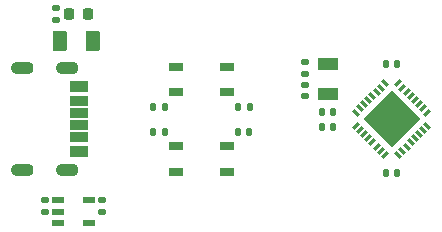
<source format=gtp>
%TF.GenerationSoftware,KiCad,Pcbnew,7.0.10*%
%TF.CreationDate,2024-01-31T16:13:06+08:00*%
%TF.ProjectId,UINIO-MCU-STM32L051K8U6,55494e49-4f2d-44d4-9355-2d53544d3332,Version 3.3.1*%
%TF.SameCoordinates,PX7aae400PY5939cc0*%
%TF.FileFunction,Paste,Top*%
%TF.FilePolarity,Positive*%
%FSLAX46Y46*%
G04 Gerber Fmt 4.6, Leading zero omitted, Abs format (unit mm)*
G04 Created by KiCad (PCBNEW 7.0.10) date 2024-01-31 16:13:06*
%MOMM*%
%LPD*%
G01*
G04 APERTURE LIST*
G04 Aperture macros list*
%AMRoundRect*
0 Rectangle with rounded corners*
0 $1 Rounding radius*
0 $2 $3 $4 $5 $6 $7 $8 $9 X,Y pos of 4 corners*
0 Add a 4 corners polygon primitive as box body*
4,1,4,$2,$3,$4,$5,$6,$7,$8,$9,$2,$3,0*
0 Add four circle primitives for the rounded corners*
1,1,$1+$1,$2,$3*
1,1,$1+$1,$4,$5*
1,1,$1+$1,$6,$7*
1,1,$1+$1,$8,$9*
0 Add four rect primitives between the rounded corners*
20,1,$1+$1,$2,$3,$4,$5,0*
20,1,$1+$1,$4,$5,$6,$7,0*
20,1,$1+$1,$6,$7,$8,$9,0*
20,1,$1+$1,$8,$9,$2,$3,0*%
%AMRotRect*
0 Rectangle, with rotation*
0 The origin of the aperture is its center*
0 $1 length*
0 $2 width*
0 $3 Rotation angle, in degrees counterclockwise*
0 Add horizontal line*
21,1,$1,$2,0,0,$3*%
G04 Aperture macros list end*
%ADD10C,0.120000*%
%ADD11RoundRect,0.135000X-0.135000X-0.185000X0.135000X-0.185000X0.135000X0.185000X-0.135000X0.185000X0*%
%ADD12RoundRect,0.140000X-0.140000X-0.170000X0.140000X-0.170000X0.140000X0.170000X-0.140000X0.170000X0*%
%ADD13RoundRect,0.250000X-0.375000X-0.625000X0.375000X-0.625000X0.375000X0.625000X-0.375000X0.625000X0*%
%ADD14RoundRect,0.140000X0.140000X0.170000X-0.140000X0.170000X-0.140000X-0.170000X0.140000X-0.170000X0*%
%ADD15RotRect,0.600000X0.300000X315.000000*%
%ADD16RotRect,0.600000X0.300000X45.000000*%
%ADD17RotRect,0.600000X0.300000X135.000000*%
%ADD18RotRect,0.600000X0.300000X225.000000*%
%ADD19RotRect,3.450000X3.450000X225.000000*%
%ADD20RoundRect,0.135000X0.185000X-0.135000X0.185000X0.135000X-0.185000X0.135000X-0.185000X-0.135000X0*%
%ADD21R,1.400000X0.700000*%
%ADD22R,1.400000X0.800000*%
%ADD23R,1.200000X0.650000*%
%ADD24RoundRect,0.218750X0.218750X0.256250X-0.218750X0.256250X-0.218750X-0.256250X0.218750X-0.256250X0*%
%ADD25RoundRect,0.140000X0.170000X-0.140000X0.170000X0.140000X-0.170000X0.140000X-0.170000X-0.140000X0*%
%ADD26RoundRect,0.140000X-0.170000X0.140000X-0.170000X-0.140000X0.170000X-0.140000X0.170000X0.140000X0*%
%ADD27R,1.800000X1.000000*%
%ADD28R,1.000000X0.600000*%
G04 APERTURE END LIST*
%TO.C,USB1*%
D10*
X4380000Y-7800000D02*
X2980000Y-7800000D01*
X2980000Y-7000000D01*
X4380000Y-7000000D01*
X4380000Y-7800000D01*
G36*
X4380000Y-7800000D02*
G01*
X2980000Y-7800000D01*
X2980000Y-7000000D01*
X4380000Y-7000000D01*
X4380000Y-7800000D01*
G37*
X4380000Y-8980000D02*
X2980000Y-8980000D01*
X2980000Y-8280000D01*
X4380000Y-8280000D01*
X4380000Y-8980000D01*
G36*
X4380000Y-8980000D02*
G01*
X2980000Y-8980000D01*
X2980000Y-8280000D01*
X4380000Y-8280000D01*
X4380000Y-8980000D01*
G37*
X4380000Y-10000000D02*
X2980000Y-10000000D01*
X2980000Y-9300000D01*
X4380000Y-9300000D01*
X4380000Y-10000000D01*
G36*
X4380000Y-10000000D02*
G01*
X2980000Y-10000000D01*
X2980000Y-9300000D01*
X4380000Y-9300000D01*
X4380000Y-10000000D01*
G37*
X4380000Y-11000000D02*
X2980000Y-11000000D01*
X2980000Y-10300000D01*
X4380000Y-10300000D01*
X4380000Y-11000000D01*
G36*
X4380000Y-11000000D02*
G01*
X2980000Y-11000000D01*
X2980000Y-10300000D01*
X4380000Y-10300000D01*
X4380000Y-11000000D01*
G37*
X4380000Y-12020000D02*
X2980000Y-12020000D01*
X2980000Y-11320000D01*
X4380000Y-11320000D01*
X4380000Y-12020000D01*
G36*
X4380000Y-12020000D02*
G01*
X2980000Y-12020000D01*
X2980000Y-11320000D01*
X4380000Y-11320000D01*
X4380000Y-12020000D01*
G37*
X4380000Y-13300000D02*
X2980000Y-13300000D01*
X2980000Y-12500000D01*
X4380000Y-12500000D01*
X4380000Y-13300000D01*
G36*
X4380000Y-13300000D02*
G01*
X2980000Y-13300000D01*
X2980000Y-12500000D01*
X4380000Y-12500000D01*
X4380000Y-13300000D01*
G37*
X3178000Y-5340000D02*
X3271000Y-5368000D01*
X3358000Y-5414000D01*
X3434000Y-5476000D01*
X3496000Y-5552000D01*
X3542000Y-5639000D01*
X3571000Y-5732000D01*
X3580000Y-5830000D01*
X3571000Y-5928000D01*
X3542000Y-6021000D01*
X3496000Y-6108000D01*
X3434000Y-6184000D01*
X3358000Y-6246000D01*
X3271000Y-6292000D01*
X3178000Y-6320000D01*
X3080000Y-6330000D01*
X2280000Y-6330000D01*
X2183000Y-6320000D01*
X2089000Y-6292000D01*
X2002000Y-6246000D01*
X1927000Y-6184000D01*
X1864000Y-6108000D01*
X1818000Y-6021000D01*
X1790000Y-5928000D01*
X1780000Y-5830000D01*
X1790000Y-5732000D01*
X1818000Y-5639000D01*
X1864000Y-5552000D01*
X1927000Y-5476000D01*
X2002000Y-5414000D01*
X2089000Y-5368000D01*
X2183000Y-5340000D01*
X2280000Y-5330000D01*
X3080000Y-5330000D01*
X3178000Y-5340000D01*
G36*
X3178000Y-5340000D02*
G01*
X3271000Y-5368000D01*
X3358000Y-5414000D01*
X3434000Y-5476000D01*
X3496000Y-5552000D01*
X3542000Y-5639000D01*
X3571000Y-5732000D01*
X3580000Y-5830000D01*
X3571000Y-5928000D01*
X3542000Y-6021000D01*
X3496000Y-6108000D01*
X3434000Y-6184000D01*
X3358000Y-6246000D01*
X3271000Y-6292000D01*
X3178000Y-6320000D01*
X3080000Y-6330000D01*
X2280000Y-6330000D01*
X2183000Y-6320000D01*
X2089000Y-6292000D01*
X2002000Y-6246000D01*
X1927000Y-6184000D01*
X1864000Y-6108000D01*
X1818000Y-6021000D01*
X1790000Y-5928000D01*
X1780000Y-5830000D01*
X1790000Y-5732000D01*
X1818000Y-5639000D01*
X1864000Y-5552000D01*
X1927000Y-5476000D01*
X2002000Y-5414000D01*
X2089000Y-5368000D01*
X2183000Y-5340000D01*
X2280000Y-5330000D01*
X3080000Y-5330000D01*
X3178000Y-5340000D01*
G37*
X-622000Y-5340000D02*
X-529000Y-5368000D01*
X-442000Y-5414000D01*
X-366000Y-5476000D01*
X-304000Y-5552000D01*
X-258000Y-5639000D01*
X-230000Y-5732000D01*
X-220000Y-5830000D01*
X-230000Y-5928000D01*
X-258000Y-6021000D01*
X-304000Y-6108000D01*
X-366000Y-6184000D01*
X-442000Y-6246000D01*
X-529000Y-6292000D01*
X-622000Y-6320000D01*
X-720000Y-6330000D01*
X-1520000Y-6330000D01*
X-1618000Y-6320000D01*
X-1711000Y-6292000D01*
X-1798000Y-6246000D01*
X-1874000Y-6184000D01*
X-1936000Y-6108000D01*
X-1982000Y-6021000D01*
X-2010000Y-5928000D01*
X-2020000Y-5830000D01*
X-2010000Y-5732000D01*
X-1982000Y-5639000D01*
X-1936000Y-5552000D01*
X-1874000Y-5476000D01*
X-1798000Y-5414000D01*
X-1711000Y-5368000D01*
X-1618000Y-5340000D01*
X-1520000Y-5330000D01*
X-720000Y-5330000D01*
X-622000Y-5340000D01*
G36*
X-622000Y-5340000D02*
G01*
X-529000Y-5368000D01*
X-442000Y-5414000D01*
X-366000Y-5476000D01*
X-304000Y-5552000D01*
X-258000Y-5639000D01*
X-230000Y-5732000D01*
X-220000Y-5830000D01*
X-230000Y-5928000D01*
X-258000Y-6021000D01*
X-304000Y-6108000D01*
X-366000Y-6184000D01*
X-442000Y-6246000D01*
X-529000Y-6292000D01*
X-622000Y-6320000D01*
X-720000Y-6330000D01*
X-1520000Y-6330000D01*
X-1618000Y-6320000D01*
X-1711000Y-6292000D01*
X-1798000Y-6246000D01*
X-1874000Y-6184000D01*
X-1936000Y-6108000D01*
X-1982000Y-6021000D01*
X-2010000Y-5928000D01*
X-2020000Y-5830000D01*
X-2010000Y-5732000D01*
X-1982000Y-5639000D01*
X-1936000Y-5552000D01*
X-1874000Y-5476000D01*
X-1798000Y-5414000D01*
X-1711000Y-5368000D01*
X-1618000Y-5340000D01*
X-1520000Y-5330000D01*
X-720000Y-5330000D01*
X-622000Y-5340000D01*
G37*
X3178000Y-13980000D02*
X3271000Y-14008000D01*
X3358000Y-14054000D01*
X3434000Y-14117000D01*
X3496000Y-14192000D01*
X3542000Y-14279000D01*
X3571000Y-14373000D01*
X3580000Y-14470000D01*
X3571000Y-14568000D01*
X3542000Y-14661000D01*
X3496000Y-14748000D01*
X3434000Y-14824000D01*
X3358000Y-14886000D01*
X3271000Y-14932000D01*
X3178000Y-14960000D01*
X3080000Y-14970000D01*
X2280000Y-14970000D01*
X2183000Y-14960000D01*
X2089000Y-14932000D01*
X2002000Y-14886000D01*
X1927000Y-14824000D01*
X1864000Y-14748000D01*
X1818000Y-14661000D01*
X1790000Y-14568000D01*
X1780000Y-14470000D01*
X1790000Y-14373000D01*
X1818000Y-14279000D01*
X1864000Y-14192000D01*
X1927000Y-14117000D01*
X2002000Y-14054000D01*
X2089000Y-14008000D01*
X2183000Y-13980000D01*
X2280000Y-13970000D01*
X3080000Y-13970000D01*
X3178000Y-13980000D01*
G36*
X3178000Y-13980000D02*
G01*
X3271000Y-14008000D01*
X3358000Y-14054000D01*
X3434000Y-14117000D01*
X3496000Y-14192000D01*
X3542000Y-14279000D01*
X3571000Y-14373000D01*
X3580000Y-14470000D01*
X3571000Y-14568000D01*
X3542000Y-14661000D01*
X3496000Y-14748000D01*
X3434000Y-14824000D01*
X3358000Y-14886000D01*
X3271000Y-14932000D01*
X3178000Y-14960000D01*
X3080000Y-14970000D01*
X2280000Y-14970000D01*
X2183000Y-14960000D01*
X2089000Y-14932000D01*
X2002000Y-14886000D01*
X1927000Y-14824000D01*
X1864000Y-14748000D01*
X1818000Y-14661000D01*
X1790000Y-14568000D01*
X1780000Y-14470000D01*
X1790000Y-14373000D01*
X1818000Y-14279000D01*
X1864000Y-14192000D01*
X1927000Y-14117000D01*
X2002000Y-14054000D01*
X2089000Y-14008000D01*
X2183000Y-13980000D01*
X2280000Y-13970000D01*
X3080000Y-13970000D01*
X3178000Y-13980000D01*
G37*
X-622000Y-13980000D02*
X-529000Y-14008000D01*
X-442000Y-14054000D01*
X-366000Y-14117000D01*
X-304000Y-14192000D01*
X-258000Y-14279000D01*
X-230000Y-14373000D01*
X-220000Y-14470000D01*
X-230000Y-14568000D01*
X-258000Y-14661000D01*
X-304000Y-14748000D01*
X-366000Y-14824000D01*
X-442000Y-14886000D01*
X-529000Y-14932000D01*
X-622000Y-14960000D01*
X-720000Y-14970000D01*
X-1520000Y-14970000D01*
X-1618000Y-14960000D01*
X-1711000Y-14932000D01*
X-1798000Y-14886000D01*
X-1874000Y-14824000D01*
X-1936000Y-14748000D01*
X-1982000Y-14661000D01*
X-2010000Y-14568000D01*
X-2020000Y-14470000D01*
X-2010000Y-14373000D01*
X-1982000Y-14279000D01*
X-1936000Y-14192000D01*
X-1874000Y-14117000D01*
X-1798000Y-14054000D01*
X-1711000Y-14008000D01*
X-1618000Y-13980000D01*
X-1520000Y-13970000D01*
X-720000Y-13970000D01*
X-622000Y-13980000D01*
G36*
X-622000Y-13980000D02*
G01*
X-529000Y-14008000D01*
X-442000Y-14054000D01*
X-366000Y-14117000D01*
X-304000Y-14192000D01*
X-258000Y-14279000D01*
X-230000Y-14373000D01*
X-220000Y-14470000D01*
X-230000Y-14568000D01*
X-258000Y-14661000D01*
X-304000Y-14748000D01*
X-366000Y-14824000D01*
X-442000Y-14886000D01*
X-529000Y-14932000D01*
X-622000Y-14960000D01*
X-720000Y-14970000D01*
X-1520000Y-14970000D01*
X-1618000Y-14960000D01*
X-1711000Y-14932000D01*
X-1798000Y-14886000D01*
X-1874000Y-14824000D01*
X-1936000Y-14748000D01*
X-1982000Y-14661000D01*
X-2010000Y-14568000D01*
X-2020000Y-14470000D01*
X-2010000Y-14373000D01*
X-1982000Y-14279000D01*
X-1936000Y-14192000D01*
X-1874000Y-14117000D01*
X-1798000Y-14054000D01*
X-1711000Y-14008000D01*
X-1618000Y-13980000D01*
X-1520000Y-13970000D01*
X-720000Y-13970000D01*
X-622000Y-13980000D01*
G37*
%TD*%
D11*
%TO.C,R3*%
X9970000Y-9180000D03*
X10990000Y-9180000D03*
%TD*%
D12*
%TO.C,C5*%
X17190000Y-11300000D03*
X18150000Y-11300000D03*
%TD*%
D13*
%TO.C,F1*%
X2140000Y-3550000D03*
X4940000Y-3550000D03*
%TD*%
D14*
%TO.C,C4*%
X30660000Y-14770000D03*
X29700000Y-14770000D03*
%TD*%
D15*
%TO.C,U3*%
X29624239Y-7173788D03*
X29270685Y-7527341D03*
X28917132Y-7880895D03*
X28563578Y-8234448D03*
X28210025Y-8588001D03*
X27856472Y-8941555D03*
X27502918Y-9295108D03*
X27149365Y-9648662D03*
D16*
X27149365Y-10765890D03*
X27502918Y-11119444D03*
X27856472Y-11472997D03*
X28210025Y-11826551D03*
X28563578Y-12180104D03*
X28917132Y-12533657D03*
X29270685Y-12887211D03*
X29624239Y-13240764D03*
D17*
X30741467Y-13240764D03*
X31095021Y-12887211D03*
X31448574Y-12533657D03*
X31802128Y-12180104D03*
X32155681Y-11826551D03*
X32509234Y-11472997D03*
X32862788Y-11119444D03*
X33216341Y-10765890D03*
D18*
X33216341Y-9648662D03*
X32862788Y-9295108D03*
X32509234Y-8941555D03*
X32155681Y-8588001D03*
X31802128Y-8234448D03*
X31448574Y-7880895D03*
X31095021Y-7527341D03*
X30741467Y-7173788D03*
D19*
X30182853Y-10207276D03*
%TD*%
D20*
%TO.C,R1*%
X1740000Y-1830000D03*
X1740000Y-810000D03*
%TD*%
D12*
%TO.C,C8*%
X24300000Y-10910000D03*
X25260000Y-10910000D03*
%TD*%
D14*
%TO.C,C7*%
X30650000Y-5530000D03*
X29690000Y-5530000D03*
%TD*%
D21*
%TO.C,USB1*%
X3680000Y-9650000D03*
X3680000Y-11670000D03*
D22*
X3680000Y-12900000D03*
D21*
X3680000Y-10650000D03*
X3680000Y-8630000D03*
D22*
X3680000Y-7400000D03*
%TD*%
D14*
%TO.C,C9*%
X18160000Y-9170000D03*
X17200000Y-9170000D03*
%TD*%
D23*
%TO.C,SW2*%
X11960000Y-5755000D03*
X16260000Y-5755000D03*
X11960000Y-7905000D03*
X16260000Y-7905000D03*
%TD*%
D11*
%TO.C,R2*%
X9960000Y-11260000D03*
X10980000Y-11260000D03*
%TD*%
D24*
%TO.C,D1*%
X4482500Y-1300000D03*
X2907500Y-1300000D03*
%TD*%
D25*
%TO.C,C2*%
X5640000Y-18040000D03*
X5640000Y-17080000D03*
%TD*%
D12*
%TO.C,C6*%
X24300000Y-9560000D03*
X25260000Y-9560000D03*
%TD*%
D25*
%TO.C,C11*%
X22810000Y-8240000D03*
X22810000Y-7280000D03*
%TD*%
D26*
%TO.C,C10*%
X22810000Y-5400000D03*
X22810000Y-6360000D03*
%TD*%
D25*
%TO.C,C1*%
X850000Y-18040000D03*
X850000Y-17080000D03*
%TD*%
D27*
%TO.C,Y1*%
X24800000Y-8050000D03*
X24800000Y-5550000D03*
%TD*%
D23*
%TO.C,SW1*%
X11960000Y-12515000D03*
X16260000Y-12515000D03*
X11960000Y-14665000D03*
X16260000Y-14665000D03*
%TD*%
D28*
%TO.C,U1*%
X1940000Y-17090000D03*
X1940000Y-18040000D03*
X1940000Y-18990000D03*
X4540000Y-18990000D03*
X4540000Y-17090000D03*
%TD*%
M02*

</source>
